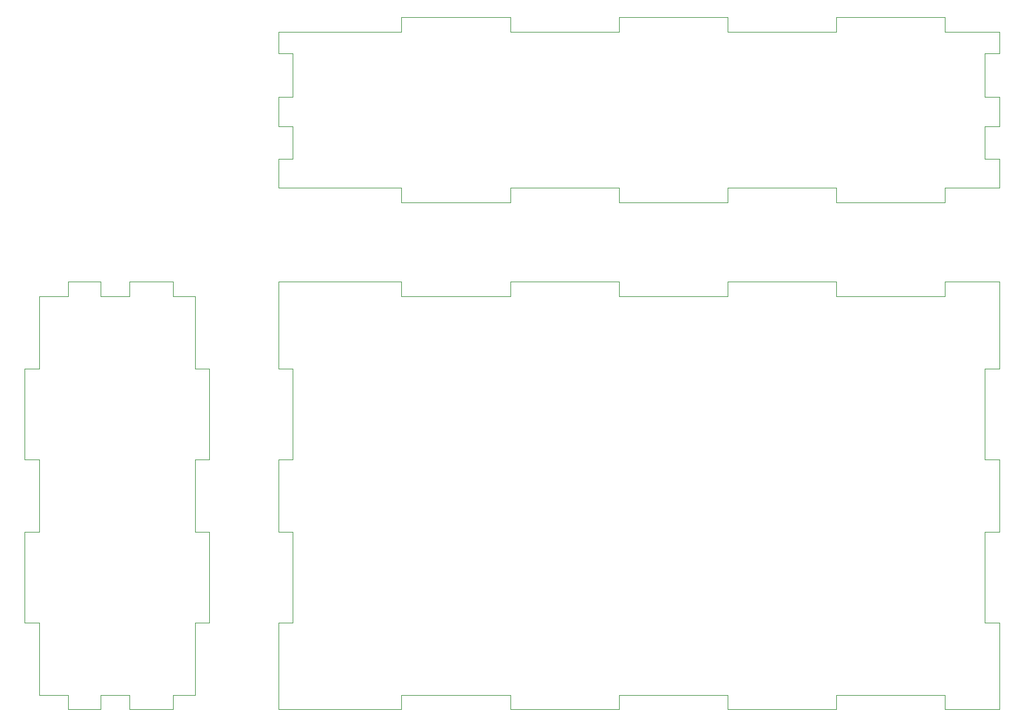
<source format=gko>
%FSLAX44Y44*%
%MOMM*%
G71*
G01*
G75*
G04 Layer_Color=16711935*
%ADD10C,0.0762*%
D10*
X900000Y1080000D02*
Y1100000D01*
Y950000D02*
Y970000D01*
Y950000D02*
X1050000D01*
X1350000Y970000D02*
X1400000D01*
X1200000Y950000D02*
X1350000D01*
X1050000Y970000D02*
X1200000D01*
X750000D02*
X900000D01*
X600000Y950000D02*
X750000D01*
X450000Y970000D02*
X600000D01*
Y950000D02*
Y970000D01*
X750000Y950000D02*
Y970000D01*
X1050000Y950000D02*
Y970000D01*
X1200000Y950000D02*
Y970000D01*
X1350000Y950000D02*
Y970000D01*
Y380000D02*
X1405000D01*
X1350000D02*
Y400000D01*
X1200000Y380000D02*
Y400000D01*
X1050000Y380000D02*
X1200000D01*
X1050000D02*
Y400000D01*
X900000Y380000D02*
Y400000D01*
X750000Y380000D02*
X900000D01*
X750000D02*
Y400000D01*
X600000Y380000D02*
Y400000D01*
X450000Y380000D02*
X600000D01*
Y400000D02*
X750000D01*
X900000D02*
X1050000D01*
X1200000Y400000D02*
X1350000D01*
X430000Y970000D02*
X450000D01*
X430000Y850000D02*
Y970000D01*
Y850000D02*
X450000D01*
X430000Y380000D02*
X450000D01*
X430000D02*
Y500000D01*
X450000D01*
X430000Y725000D02*
X450000D01*
X430000Y625000D02*
X450000D01*
X430000D02*
Y725000D01*
X1405000Y625000D02*
X1425000D01*
X1405000Y725000D02*
X1425000D01*
X1405000Y500000D02*
X1425000D01*
X1405000Y380000D02*
X1425000D01*
X1405000Y850000D02*
X1425000D01*
X1405000Y970000D02*
X1425000D01*
X1425000Y380000D02*
Y400000D01*
Y950000D02*
Y970000D01*
Y850000D02*
Y950000D01*
Y625000D02*
Y725000D01*
X1425000Y380000D02*
Y500000D01*
X1405000D02*
Y625000D01*
Y725000D02*
Y850000D01*
X1400000Y970000D02*
X1405000D01*
X1405000Y970000D01*
X450000Y725000D02*
Y850000D01*
X450000Y500000D02*
Y625000D01*
X140000Y950000D02*
Y970000D01*
X185000Y950000D02*
Y970000D01*
X225000Y950000D02*
Y970000D01*
X285000Y950000D02*
Y970000D01*
Y950000D02*
X315000D01*
X225000Y970000D02*
X285000D01*
X185000Y950000D02*
X225000D01*
X140000Y970000D02*
X185000D01*
X100000Y950000D02*
X140000D01*
X450000Y1140000D02*
Y1185000D01*
Y1225000D02*
Y1285000D01*
X1350000Y1315000D02*
X1405000D01*
X1200000Y1335000D02*
X1350000D01*
X1050000Y1315000D02*
X1200000D01*
X900000Y1335000D02*
X1050000D01*
X750000Y1315000D02*
X900000D01*
X450000D02*
X600000D01*
Y1335000D02*
X750000D01*
X900000Y1315000D02*
Y1335000D01*
X600000Y1315000D02*
Y1335000D01*
X750000Y1315000D02*
Y1335000D01*
X1050000Y1315000D02*
Y1335000D01*
X1200000Y1315000D02*
Y1335000D01*
X1350000Y1315000D02*
Y1335000D01*
X430000Y1140000D02*
X450000D01*
X430000Y1100000D02*
Y1140000D01*
Y1100000D02*
X450000D01*
X430000Y1185000D02*
X450000D01*
X430000D02*
Y1207500D01*
Y1225000D02*
X450000D01*
X430000Y1207500D02*
Y1225000D01*
Y1285000D02*
X450000D01*
X430000D02*
Y1315000D01*
X450000D01*
X1350000Y1080000D02*
Y1100000D01*
X1200000Y1080000D02*
Y1100000D01*
X750000Y1080000D02*
Y1100000D01*
X600000Y1080000D02*
Y1100000D01*
X900000Y1080000D02*
X1050000D01*
X600000D02*
X750000D01*
X450000Y1100000D02*
X600000D01*
X750000D02*
X900000D01*
X1050000Y1080000D02*
Y1100000D01*
X1200000D01*
Y1080000D02*
X1350000D01*
Y1100000D01*
X1350000Y1100000D01*
X1405000D01*
Y1315000D02*
X1425000D01*
Y1285000D02*
Y1315000D01*
X1405000Y1285000D02*
X1425000D01*
Y1207500D02*
Y1225000D01*
X1405000D02*
X1425000D01*
Y1185000D02*
Y1207500D01*
X1405000Y1185000D02*
X1425000D01*
X1405000Y1100000D02*
X1425000D01*
Y1140000D01*
X1405000D02*
X1425000D01*
X1405000Y1225000D02*
Y1285000D01*
Y1140000D02*
Y1185000D01*
X100000Y400000D02*
X140000D01*
Y380000D02*
X185000D01*
Y400000D02*
X225000D01*
Y380000D02*
X285000D01*
Y400000D02*
X315000D01*
X285000Y380000D02*
Y400000D01*
X225000Y380000D02*
Y400000D01*
X185000Y380000D02*
Y400000D01*
X140000Y380000D02*
Y400000D01*
X315000Y725000D02*
X335000D01*
X315000Y625000D02*
X335000D01*
X315000Y500000D02*
X335000D01*
Y725000D02*
Y850000D01*
X315000D02*
X335000D01*
Y500000D02*
Y625000D01*
X315000Y850000D02*
Y950000D01*
Y625000D02*
Y725000D01*
Y400000D02*
Y500000D01*
X80000D02*
Y625000D01*
X80000Y725000D02*
Y850000D01*
X100000Y625000D02*
Y725000D01*
X80000Y625000D02*
X100000D01*
X80000Y725000D02*
X100000D01*
X80000Y500000D02*
X100000D01*
Y400000D02*
Y500000D01*
X80000Y850000D02*
X100000D01*
Y950000D01*
M02*

</source>
